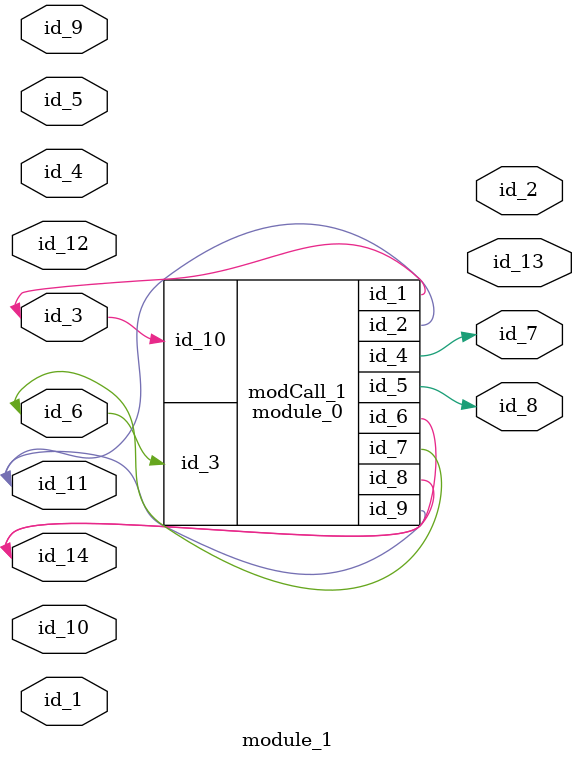
<source format=v>
module module_0 (
    id_1,
    id_2,
    id_3,
    id_4,
    id_5,
    id_6,
    id_7,
    id_8,
    id_9,
    id_10
);
  input wire id_10;
  inout wire id_9;
  inout wire id_8;
  inout wire id_7;
  inout wire id_6;
  output wire id_5;
  output wire id_4;
  input wire id_3;
  output wire id_2;
  inout wire id_1;
endmodule
module module_1 (
    id_1,
    id_2,
    id_3,
    id_4,
    id_5,
    id_6,
    id_7,
    id_8,
    id_9,
    id_10,
    id_11,
    id_12,
    id_13,
    id_14
);
  inout wire id_14;
  output wire id_13;
  input wire id_12;
  inout wire id_11;
  input wire id_10;
  input wire id_9;
  output wire id_8;
  output wire id_7;
  inout wire id_6;
  input wire id_5;
  input wire id_4;
  inout wire id_3;
  output wire id_2;
  input wire id_1;
  module_0 modCall_1 (
      id_3,
      id_11,
      id_6,
      id_7,
      id_8,
      id_14,
      id_6,
      id_14,
      id_11,
      id_3
  );
endmodule

</source>
